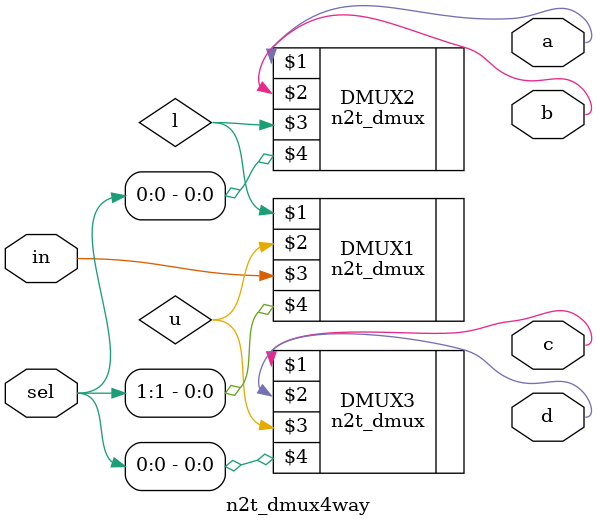
<source format=v>
`timescale 1ns / 1ps

module n2t_dmux4way(a,b,c,d, in, sel);
    output a,b,c,d;
    input in;
    input [1:0] sel;
    
    n2t_dmux DMUX1(l , u, in, sel[1]);
    n2t_dmux DMUX2(a , b, l , sel[0]);
    n2t_dmux DMUX3(c , d, u , sel[0]);
endmodule

</source>
